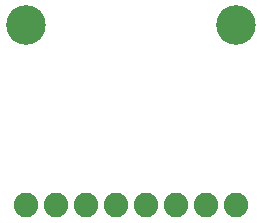
<source format=gbr>
G04 EAGLE Gerber RS-274X export*
G75*
%MOMM*%
%FSLAX34Y34*%
%LPD*%
%INSoldermask Bottom*%
%IPPOS*%
%AMOC8*
5,1,8,0,0,1.08239X$1,22.5*%
G01*
%ADD10C,3.352400*%
%ADD11C,2.082800*%


D10*
X25400Y177800D03*
X203200Y177800D03*
D11*
X25400Y25400D03*
X50800Y25400D03*
X76200Y25400D03*
X101600Y25400D03*
X127000Y25400D03*
X152400Y25400D03*
X177800Y25400D03*
X203200Y25400D03*
M02*

</source>
